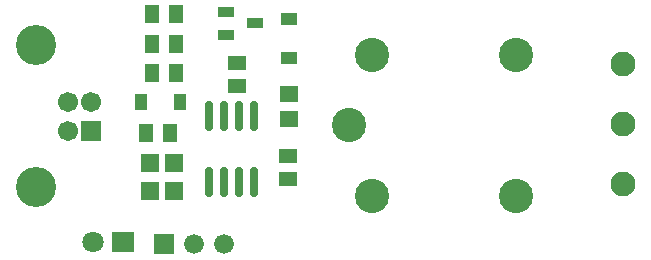
<source format=gts>
G04 Layer: TopSolderMaskLayer*
G04 EasyEDA v6.5.46, 2024-12-21 23:49:30*
G04 8bcf984c9a2246bc867cf991e714a68b,90bc6745850c4897ba40f9b8fad946ce,10*
G04 Gerber Generator version 0.2*
G04 Scale: 100 percent, Rotated: No, Reflected: No *
G04 Dimensions in millimeters *
G04 leading zeros omitted , absolute positions ,4 integer and 5 decimal *
%FSLAX45Y45*%
%MOMM*%

%AMMACRO1*4,1,8,-0.7261,-0.7258,-0.7558,-0.6958,-0.7558,0.6961,-0.7261,0.7258,0.7258,0.7258,0.7558,0.6961,0.7558,-0.6958,0.7258,-0.7258,-0.7261,-0.7258,0*%
%AMMACRO2*4,1,8,-0.7209,-0.701,-0.7506,-0.6711,-0.7506,0.6713,-0.7209,0.701,0.7206,0.701,0.7506,0.6713,0.7506,-0.6711,0.7206,-0.701,-0.7209,-0.701,0*%
%AMMACRO3*4,1,8,-0.5211,-0.7506,-0.5508,-0.7206,-0.5508,0.7209,-0.5211,0.7506,0.5208,0.7506,0.5508,0.7209,0.5508,-0.7206,0.5208,-0.7506,-0.5211,-0.7506,0*%
%AMMACRO4*4,1,8,-0.871,-0.8382,-0.9007,-0.8082,-0.9007,0.8085,-0.871,0.8382,0.8707,0.8382,0.9007,0.8085,0.9007,-0.8082,0.8707,-0.8382,-0.871,-0.8382,0*%
%AMMACRO5*4,1,8,-0.8085,-0.8382,-0.8382,-0.8082,-0.8382,0.8085,-0.8085,0.8382,0.8082,0.8382,0.8382,0.8085,0.8382,-0.8082,0.8082,-0.8382,-0.8085,-0.8382,0*%
%AMMACRO6*4,1,8,-0.5874,-0.7394,-0.6171,-0.7094,-0.6171,0.7097,-0.5874,0.7394,0.5871,0.7394,0.6171,0.7097,0.6171,-0.7094,0.5871,-0.7394,-0.5874,-0.7394,0*%
%AMMACRO7*4,1,8,-0.7097,-0.6171,-0.7394,-0.5871,-0.7394,0.5874,-0.7097,0.6171,0.7094,0.6171,0.7394,0.5874,0.7394,-0.5871,0.7094,-0.6171,-0.7097,-0.6171,0*%
%AMMACRO8*4,1,8,-0.486,-0.6507,-0.5157,-0.6208,-0.5157,0.621,-0.486,0.6507,0.4858,0.6507,0.5157,0.621,0.5157,-0.6208,0.4858,-0.6507,-0.486,-0.6507,0*%
%AMMACRO9*4,1,8,-0.6462,-0.4008,-0.6759,-0.3708,-0.6759,0.3711,-0.6462,0.4008,0.6459,0.4008,0.6759,0.3711,0.6759,-0.3708,0.6459,-0.4008,-0.6462,-0.4008,0*%
%AMMACRO10*4,1,8,-0.5874,-0.7393,-0.6171,-0.7093,-0.6171,0.7095,-0.5874,0.7393,0.5871,0.7393,0.6171,0.7095,0.6171,-0.7093,0.5871,-0.7393,-0.5874,-0.7393,0*%
%AMMACRO11*4,1,8,-0.8211,-0.8508,-0.8508,-0.8208,-0.8508,0.8211,-0.8211,0.8508,0.8208,0.8508,0.8508,0.8211,0.8508,-0.8208,0.8208,-0.8508,-0.8211,-0.8508,0*%
%AMMACRO12*4,1,8,-0.621,-0.5157,-0.6507,-0.4858,-0.6507,0.486,-0.621,0.5157,0.6208,0.5157,0.6507,0.486,0.6507,-0.4858,0.6208,-0.5157,-0.621,-0.5157,0*%
%AMMACRO13*4,1,8,-0.621,-0.5159,-0.6507,-0.4859,-0.6507,0.4862,-0.621,0.5159,0.6208,0.5159,0.6507,0.4862,0.6507,-0.4859,0.6208,-0.5159,-0.621,-0.5159,0*%
%AMMACRO14*4,1,8,-0.7095,-0.6171,-0.7393,-0.5871,-0.7393,0.5874,-0.7095,0.6171,0.7093,0.6171,0.7393,0.5874,0.7393,-0.5871,0.7093,-0.6171,-0.7095,-0.6171,0*%
%ADD10MACRO1*%
%ADD11MACRO2*%
%ADD12MACRO3*%
%ADD13MACRO4*%
%ADD14C,1.8016*%
%ADD15C,1.6764*%
%ADD16MACRO5*%
%ADD17MACRO6*%
%ADD18MACRO7*%
%ADD19MACRO8*%
%ADD20O,0.7500112X2.5999948*%
%ADD21MACRO9*%
%ADD22MACRO10*%
%ADD23MACRO11*%
%ADD24C,1.7016*%
%ADD25C,3.4016*%
%ADD26MACRO12*%
%ADD27MACRO13*%
%ADD28C,2.1016*%
%ADD29MACRO14*%
%ADD30C,2.8956*%

%LPD*%
D10*
G01*
X2444940Y6314427D03*
G01*
X2244915Y6314427D03*
D11*
G01*
X3424554Y6682232D03*
G01*
X3424554Y6892290D03*
D12*
G01*
X2206510Y6567805D03*
G01*
X2416568Y6567805D03*
D13*
G01*
X2019300Y5638800D03*
D14*
G01*
X1765300Y5638800D03*
D15*
G01*
X2870200Y5626100D03*
G01*
X2616200Y5626100D03*
D16*
G01*
X2362200Y5626100D03*
D17*
G01*
X2265235Y7569200D03*
G01*
X2465260Y7569200D03*
D18*
G01*
X2984500Y6961187D03*
G01*
X2984500Y7161212D03*
D10*
G01*
X2445042Y6070587D03*
G01*
X2245042Y6070587D03*
D19*
G01*
X2494902Y6826173D03*
G01*
X2164905Y6826173D03*
D20*
G01*
X3124200Y6705803D03*
G01*
X2997200Y6705803D03*
G01*
X2870200Y6705803D03*
G01*
X2743200Y6705803D03*
G01*
X2743200Y6146596D03*
G01*
X2870200Y6146596D03*
G01*
X2997200Y6146596D03*
G01*
X3124200Y6146596D03*
D21*
G01*
X3134868Y7493000D03*
G01*
X2884931Y7398003D03*
G01*
X2884931Y7587996D03*
D22*
G01*
X2465285Y7322705D03*
G01*
X2265286Y7322705D03*
G01*
X2265286Y7076198D03*
G01*
X2465285Y7076198D03*
D23*
G01*
X1746796Y6580593D03*
D24*
G01*
X1746808Y6830593D03*
G01*
X1546809Y6830593D03*
G01*
X1546809Y6580606D03*
D25*
G01*
X1275816Y7307605D03*
G01*
X1275816Y6103594D03*
D26*
G01*
X3419805Y7531011D03*
D27*
G01*
X3419805Y7201001D03*
D28*
G01*
X6248400Y7150074D03*
G01*
X6248400Y6134074D03*
G01*
X6248400Y6642074D03*
D29*
G01*
X3416287Y6373787D03*
G01*
X3416287Y6173787D03*
D30*
G01*
X5345506Y6029426D03*
G01*
X3925493Y6629374D03*
G01*
X4125493Y7229373D03*
G01*
X4125493Y6029375D03*
G01*
X5345506Y7229322D03*
M02*

</source>
